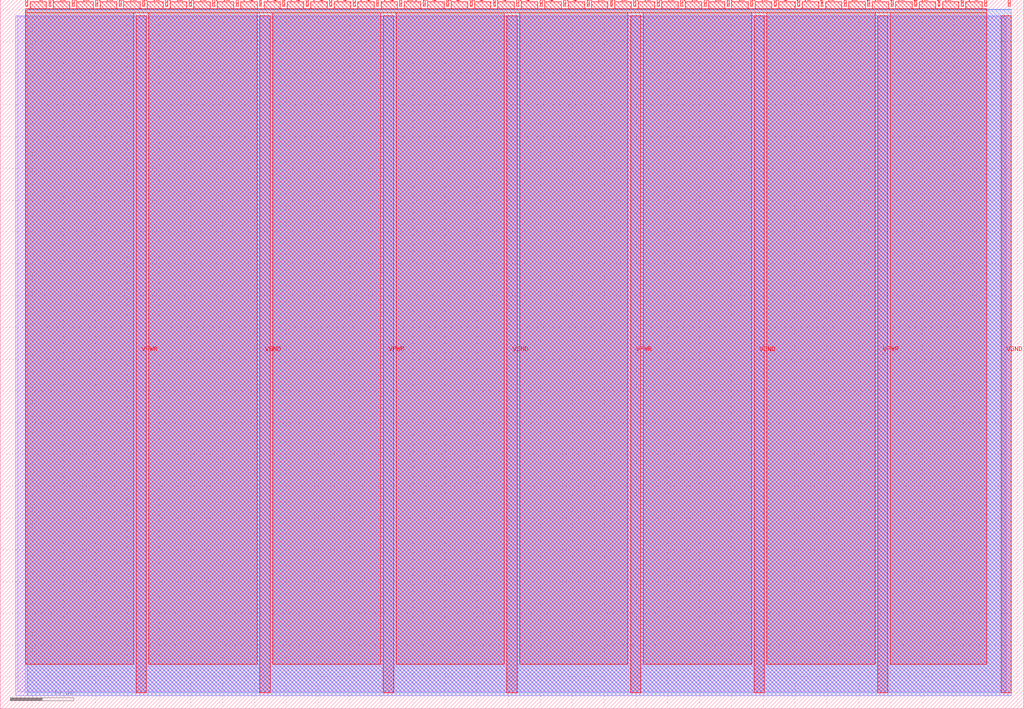
<source format=lef>
VERSION 5.7 ;
  NOWIREEXTENSIONATPIN ON ;
  DIVIDERCHAR "/" ;
  BUSBITCHARS "[]" ;
MACRO tt_um_tomkeddie_a
  CLASS BLOCK ;
  FOREIGN tt_um_tomkeddie_a ;
  ORIGIN 0.000 0.000 ;
  SIZE 161.000 BY 111.520 ;
  PIN VGND
    DIRECTION INOUT ;
    USE GROUND ;
    PORT
      LAYER met4 ;
        RECT 40.830 2.480 42.430 109.040 ;
    END
    PORT
      LAYER met4 ;
        RECT 79.700 2.480 81.300 109.040 ;
    END
    PORT
      LAYER met4 ;
        RECT 118.570 2.480 120.170 109.040 ;
    END
    PORT
      LAYER met4 ;
        RECT 157.440 2.480 159.040 109.040 ;
    END
  END VGND
  PIN VPWR
    DIRECTION INOUT ;
    USE POWER ;
    PORT
      LAYER met4 ;
        RECT 21.395 2.480 22.995 109.040 ;
    END
    PORT
      LAYER met4 ;
        RECT 60.265 2.480 61.865 109.040 ;
    END
    PORT
      LAYER met4 ;
        RECT 99.135 2.480 100.735 109.040 ;
    END
    PORT
      LAYER met4 ;
        RECT 138.005 2.480 139.605 109.040 ;
    END
  END VPWR
  PIN clk
    DIRECTION INPUT ;
    USE SIGNAL ;
    ANTENNAGATEAREA 0.852000 ;
    PORT
      LAYER met4 ;
        RECT 154.870 110.520 155.170 111.520 ;
    END
  END clk
  PIN ena
    DIRECTION INPUT ;
    USE SIGNAL ;
    PORT
      LAYER met4 ;
        RECT 158.550 110.520 158.850 111.520 ;
    END
  END ena
  PIN rst_n
    DIRECTION INPUT ;
    USE SIGNAL ;
    ANTENNAGATEAREA 0.159000 ;
    PORT
      LAYER met4 ;
        RECT 151.190 110.520 151.490 111.520 ;
    END
  END rst_n
  PIN ui_in[0]
    DIRECTION INPUT ;
    USE SIGNAL ;
    ANTENNAGATEAREA 0.196500 ;
    PORT
      LAYER met4 ;
        RECT 147.510 110.520 147.810 111.520 ;
    END
  END ui_in[0]
  PIN ui_in[1]
    DIRECTION INPUT ;
    USE SIGNAL ;
    ANTENNAGATEAREA 0.196500 ;
    PORT
      LAYER met4 ;
        RECT 143.830 110.520 144.130 111.520 ;
    END
  END ui_in[1]
  PIN ui_in[2]
    DIRECTION INPUT ;
    USE SIGNAL ;
    ANTENNAGATEAREA 0.196500 ;
    PORT
      LAYER met4 ;
        RECT 140.150 110.520 140.450 111.520 ;
    END
  END ui_in[2]
  PIN ui_in[3]
    DIRECTION INPUT ;
    USE SIGNAL ;
    ANTENNAGATEAREA 0.196500 ;
    PORT
      LAYER met4 ;
        RECT 136.470 110.520 136.770 111.520 ;
    END
  END ui_in[3]
  PIN ui_in[4]
    DIRECTION INPUT ;
    USE SIGNAL ;
    ANTENNAGATEAREA 0.196500 ;
    PORT
      LAYER met4 ;
        RECT 132.790 110.520 133.090 111.520 ;
    END
  END ui_in[4]
  PIN ui_in[5]
    DIRECTION INPUT ;
    USE SIGNAL ;
    ANTENNAGATEAREA 0.196500 ;
    PORT
      LAYER met4 ;
        RECT 129.110 110.520 129.410 111.520 ;
    END
  END ui_in[5]
  PIN ui_in[6]
    DIRECTION INPUT ;
    USE SIGNAL ;
    ANTENNAGATEAREA 0.196500 ;
    PORT
      LAYER met4 ;
        RECT 125.430 110.520 125.730 111.520 ;
    END
  END ui_in[6]
  PIN ui_in[7]
    DIRECTION INPUT ;
    USE SIGNAL ;
    ANTENNAGATEAREA 0.126000 ;
    PORT
      LAYER met4 ;
        RECT 121.750 110.520 122.050 111.520 ;
    END
  END ui_in[7]
  PIN uio_in[0]
    DIRECTION INPUT ;
    USE SIGNAL ;
    PORT
      LAYER met4 ;
        RECT 118.070 110.520 118.370 111.520 ;
    END
  END uio_in[0]
  PIN uio_in[1]
    DIRECTION INPUT ;
    USE SIGNAL ;
    PORT
      LAYER met4 ;
        RECT 114.390 110.520 114.690 111.520 ;
    END
  END uio_in[1]
  PIN uio_in[2]
    DIRECTION INPUT ;
    USE SIGNAL ;
    PORT
      LAYER met4 ;
        RECT 110.710 110.520 111.010 111.520 ;
    END
  END uio_in[2]
  PIN uio_in[3]
    DIRECTION INPUT ;
    USE SIGNAL ;
    PORT
      LAYER met4 ;
        RECT 107.030 110.520 107.330 111.520 ;
    END
  END uio_in[3]
  PIN uio_in[4]
    DIRECTION INPUT ;
    USE SIGNAL ;
    PORT
      LAYER met4 ;
        RECT 103.350 110.520 103.650 111.520 ;
    END
  END uio_in[4]
  PIN uio_in[5]
    DIRECTION INPUT ;
    USE SIGNAL ;
    PORT
      LAYER met4 ;
        RECT 99.670 110.520 99.970 111.520 ;
    END
  END uio_in[5]
  PIN uio_in[6]
    DIRECTION INPUT ;
    USE SIGNAL ;
    PORT
      LAYER met4 ;
        RECT 95.990 110.520 96.290 111.520 ;
    END
  END uio_in[6]
  PIN uio_in[7]
    DIRECTION INPUT ;
    USE SIGNAL ;
    PORT
      LAYER met4 ;
        RECT 92.310 110.520 92.610 111.520 ;
    END
  END uio_in[7]
  PIN uio_oe[0]
    DIRECTION OUTPUT TRISTATE ;
    USE SIGNAL ;
    ANTENNADIFFAREA 0.445500 ;
    PORT
      LAYER met4 ;
        RECT 29.750 110.520 30.050 111.520 ;
    END
  END uio_oe[0]
  PIN uio_oe[1]
    DIRECTION OUTPUT TRISTATE ;
    USE SIGNAL ;
    ANTENNADIFFAREA 0.445500 ;
    PORT
      LAYER met4 ;
        RECT 26.070 110.520 26.370 111.520 ;
    END
  END uio_oe[1]
  PIN uio_oe[2]
    DIRECTION OUTPUT TRISTATE ;
    USE SIGNAL ;
    ANTENNADIFFAREA 0.445500 ;
    PORT
      LAYER met4 ;
        RECT 22.390 110.520 22.690 111.520 ;
    END
  END uio_oe[2]
  PIN uio_oe[3]
    DIRECTION OUTPUT TRISTATE ;
    USE SIGNAL ;
    ANTENNADIFFAREA 0.445500 ;
    PORT
      LAYER met4 ;
        RECT 18.710 110.520 19.010 111.520 ;
    END
  END uio_oe[3]
  PIN uio_oe[4]
    DIRECTION OUTPUT TRISTATE ;
    USE SIGNAL ;
    ANTENNADIFFAREA 0.445500 ;
    PORT
      LAYER met4 ;
        RECT 15.030 110.520 15.330 111.520 ;
    END
  END uio_oe[4]
  PIN uio_oe[5]
    DIRECTION OUTPUT TRISTATE ;
    USE SIGNAL ;
    ANTENNADIFFAREA 0.445500 ;
    PORT
      LAYER met4 ;
        RECT 11.350 110.520 11.650 111.520 ;
    END
  END uio_oe[5]
  PIN uio_oe[6]
    DIRECTION OUTPUT TRISTATE ;
    USE SIGNAL ;
    ANTENNADIFFAREA 0.445500 ;
    PORT
      LAYER met4 ;
        RECT 7.670 110.520 7.970 111.520 ;
    END
  END uio_oe[6]
  PIN uio_oe[7]
    DIRECTION OUTPUT TRISTATE ;
    USE SIGNAL ;
    ANTENNAGATEAREA 1.869000 ;
    ANTENNADIFFAREA 0.891000 ;
    PORT
      LAYER met4 ;
        RECT 3.990 110.520 4.290 111.520 ;
    END
  END uio_oe[7]
  PIN uio_out[0]
    DIRECTION OUTPUT TRISTATE ;
    USE SIGNAL ;
    ANTENNADIFFAREA 0.445500 ;
    PORT
      LAYER met4 ;
        RECT 59.190 110.520 59.490 111.520 ;
    END
  END uio_out[0]
  PIN uio_out[1]
    DIRECTION OUTPUT TRISTATE ;
    USE SIGNAL ;
    ANTENNADIFFAREA 0.795200 ;
    PORT
      LAYER met4 ;
        RECT 55.510 110.520 55.810 111.520 ;
    END
  END uio_out[1]
  PIN uio_out[2]
    DIRECTION OUTPUT TRISTATE ;
    USE SIGNAL ;
    ANTENNADIFFAREA 0.445500 ;
    PORT
      LAYER met4 ;
        RECT 51.830 110.520 52.130 111.520 ;
    END
  END uio_out[2]
  PIN uio_out[3]
    DIRECTION OUTPUT TRISTATE ;
    USE SIGNAL ;
    ANTENNADIFFAREA 0.795200 ;
    PORT
      LAYER met4 ;
        RECT 48.150 110.520 48.450 111.520 ;
    END
  END uio_out[3]
  PIN uio_out[4]
    DIRECTION OUTPUT TRISTATE ;
    USE SIGNAL ;
    ANTENNADIFFAREA 0.445500 ;
    PORT
      LAYER met4 ;
        RECT 44.470 110.520 44.770 111.520 ;
    END
  END uio_out[4]
  PIN uio_out[5]
    DIRECTION OUTPUT TRISTATE ;
    USE SIGNAL ;
    ANTENNADIFFAREA 0.795200 ;
    PORT
      LAYER met4 ;
        RECT 40.790 110.520 41.090 111.520 ;
    END
  END uio_out[5]
  PIN uio_out[6]
    DIRECTION OUTPUT TRISTATE ;
    USE SIGNAL ;
    PORT
      LAYER met4 ;
        RECT 37.110 110.520 37.410 111.520 ;
    END
  END uio_out[6]
  PIN uio_out[7]
    DIRECTION OUTPUT TRISTATE ;
    USE SIGNAL ;
    PORT
      LAYER met4 ;
        RECT 33.430 110.520 33.730 111.520 ;
    END
  END uio_out[7]
  PIN uo_out[0]
    DIRECTION OUTPUT TRISTATE ;
    USE SIGNAL ;
    ANTENNADIFFAREA 0.795200 ;
    PORT
      LAYER met4 ;
        RECT 88.630 110.520 88.930 111.520 ;
    END
  END uo_out[0]
  PIN uo_out[1]
    DIRECTION OUTPUT TRISTATE ;
    USE SIGNAL ;
    ANTENNADIFFAREA 0.445500 ;
    PORT
      LAYER met4 ;
        RECT 84.950 110.520 85.250 111.520 ;
    END
  END uo_out[1]
  PIN uo_out[2]
    DIRECTION OUTPUT TRISTATE ;
    USE SIGNAL ;
    ANTENNADIFFAREA 0.445500 ;
    PORT
      LAYER met4 ;
        RECT 81.270 110.520 81.570 111.520 ;
    END
  END uo_out[2]
  PIN uo_out[3]
    DIRECTION OUTPUT TRISTATE ;
    USE SIGNAL ;
    ANTENNADIFFAREA 0.445500 ;
    PORT
      LAYER met4 ;
        RECT 77.590 110.520 77.890 111.520 ;
    END
  END uo_out[3]
  PIN uo_out[4]
    DIRECTION OUTPUT TRISTATE ;
    USE SIGNAL ;
    ANTENNADIFFAREA 0.795200 ;
    PORT
      LAYER met4 ;
        RECT 73.910 110.520 74.210 111.520 ;
    END
  END uo_out[4]
  PIN uo_out[5]
    DIRECTION OUTPUT TRISTATE ;
    USE SIGNAL ;
    ANTENNAGATEAREA 0.213000 ;
    ANTENNADIFFAREA 0.795200 ;
    PORT
      LAYER met4 ;
        RECT 70.230 110.520 70.530 111.520 ;
    END
  END uo_out[5]
  PIN uo_out[6]
    DIRECTION OUTPUT TRISTATE ;
    USE SIGNAL ;
    ANTENNADIFFAREA 0.795200 ;
    PORT
      LAYER met4 ;
        RECT 66.550 110.520 66.850 111.520 ;
    END
  END uo_out[6]
  PIN uo_out[7]
    DIRECTION OUTPUT TRISTATE ;
    USE SIGNAL ;
    ANTENNADIFFAREA 0.795200 ;
    PORT
      LAYER met4 ;
        RECT 62.870 110.520 63.170 111.520 ;
    END
  END uo_out[7]
  OBS
      LAYER li1 ;
        RECT 2.760 2.635 158.240 108.885 ;
      LAYER met1 ;
        RECT 2.460 2.080 159.040 109.040 ;
      LAYER met2 ;
        RECT 4.240 2.050 159.010 110.005 ;
      LAYER met3 ;
        RECT 3.950 2.555 159.030 109.985 ;
      LAYER met4 ;
        RECT 4.690 110.120 7.270 111.170 ;
        RECT 8.370 110.120 10.950 111.170 ;
        RECT 12.050 110.120 14.630 111.170 ;
        RECT 15.730 110.120 18.310 111.170 ;
        RECT 19.410 110.120 21.990 111.170 ;
        RECT 23.090 110.120 25.670 111.170 ;
        RECT 26.770 110.120 29.350 111.170 ;
        RECT 30.450 110.120 33.030 111.170 ;
        RECT 34.130 110.120 36.710 111.170 ;
        RECT 37.810 110.120 40.390 111.170 ;
        RECT 41.490 110.120 44.070 111.170 ;
        RECT 45.170 110.120 47.750 111.170 ;
        RECT 48.850 110.120 51.430 111.170 ;
        RECT 52.530 110.120 55.110 111.170 ;
        RECT 56.210 110.120 58.790 111.170 ;
        RECT 59.890 110.120 62.470 111.170 ;
        RECT 63.570 110.120 66.150 111.170 ;
        RECT 67.250 110.120 69.830 111.170 ;
        RECT 70.930 110.120 73.510 111.170 ;
        RECT 74.610 110.120 77.190 111.170 ;
        RECT 78.290 110.120 80.870 111.170 ;
        RECT 81.970 110.120 84.550 111.170 ;
        RECT 85.650 110.120 88.230 111.170 ;
        RECT 89.330 110.120 91.910 111.170 ;
        RECT 93.010 110.120 95.590 111.170 ;
        RECT 96.690 110.120 99.270 111.170 ;
        RECT 100.370 110.120 102.950 111.170 ;
        RECT 104.050 110.120 106.630 111.170 ;
        RECT 107.730 110.120 110.310 111.170 ;
        RECT 111.410 110.120 113.990 111.170 ;
        RECT 115.090 110.120 117.670 111.170 ;
        RECT 118.770 110.120 121.350 111.170 ;
        RECT 122.450 110.120 125.030 111.170 ;
        RECT 126.130 110.120 128.710 111.170 ;
        RECT 129.810 110.120 132.390 111.170 ;
        RECT 133.490 110.120 136.070 111.170 ;
        RECT 137.170 110.120 139.750 111.170 ;
        RECT 140.850 110.120 143.430 111.170 ;
        RECT 144.530 110.120 147.110 111.170 ;
        RECT 148.210 110.120 150.790 111.170 ;
        RECT 151.890 110.120 154.470 111.170 ;
        RECT 3.975 109.440 155.185 110.120 ;
        RECT 3.975 6.975 20.995 109.440 ;
        RECT 23.395 6.975 40.430 109.440 ;
        RECT 42.830 6.975 59.865 109.440 ;
        RECT 62.265 6.975 79.300 109.440 ;
        RECT 81.700 6.975 98.735 109.440 ;
        RECT 101.135 6.975 118.170 109.440 ;
        RECT 120.570 6.975 137.605 109.440 ;
        RECT 140.005 6.975 155.185 109.440 ;
  END
END tt_um_tomkeddie_a
END LIBRARY


</source>
